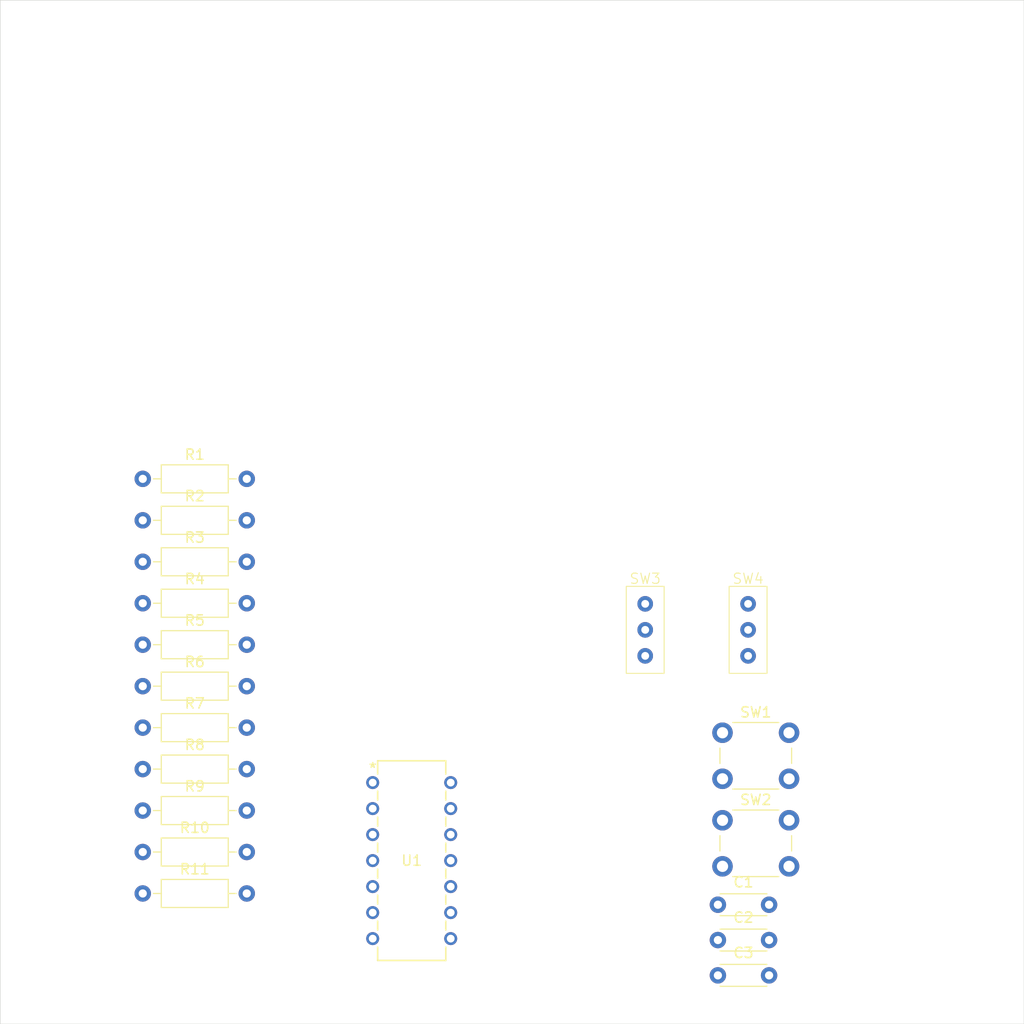
<source format=kicad_pcb>
(kicad_pcb (version 20240108) (generator "pcbnew") (generator_version "8.0")
  (layers (0 "F.Cu" signal) (31 "B.Cu" signal) (34 "B.Paste" user) (35 "F.Paste" user) (36 "B.SilkS" user "B.Silkscreen") (37 "F.SilkS" user "F.Silkscreen") (38 "B.Mask" user) (39 "F.Mask" user) (44 "Edge.Cuts" user))
  (net 0 "")
  (net 1 "GND")
  (net 2 "Net-(C1-Pad1)")
  (net 3 "Net-(C2-Pad1)")
  (net 4 "Net-(C3-Pad2)")
  (net 5 "Net-(SW4-B)")
  (net 6 "+5V")
  (net 7 "Net-(SW1-B)")
  (net 8 "Net-(R3-Pad2)")
  (net 9 "Net-(R4-Pad2)")
  (net 10 "Net-(R6-Pad2)")
  (net 11 "Net-(SW3-C)")
  (net 12 "Net-(R7-Pad1)")
  (net 13 "Net-(R8-Pad2)")
  (net 14 "Net-(R10-Pad2)")
  (net 15 "Net-(SW4-A)")
  (net 16 "Net-(SW4-C)")
  (net 17 "Net-(SW3-A)")
  (net 18 "CLOCK")
  (net 19 "RESET")
  (net 21 "Net-(U1-Pad2)")
  (footprint "Capacitor_THT:C_Disc_D4.3mm_W1.9mm_P5.00mm" (layer "F.Cu") (at 170.1 141.8)
    (property "Reference" "C2" (at 2.5 -2.2 0) (layer "F.SilkS"))
    (property "Value" "10uF 16V")
    (fp_line (start 0.23 -1.07) (end 0.23 -1.055) (stroke (width 0.12)) (layer "F.SilkS"))
    (fp_line (start 0.23 -1.07) (end 4.77 -1.07) (stroke (width 0.12)) (layer "F.SilkS"))
    (fp_line (start 0.23 1.055) (end 0.23 1.07) (stroke (width 0.12)) (layer "F.SilkS"))
    (fp_line (start 0.23 1.07) (end 4.77 1.07) (stroke (width 0.12)) (layer "F.SilkS"))
    (fp_line (start 4.77 -1.07) (end 4.77 -1.055) (stroke (width 0.12)) (layer "F.SilkS"))
    (fp_line (start 4.77 1.055) (end 4.77 1.07) (stroke (width 0.12)) (layer "F.SilkS"))
    (pad "1" thru_hole circle (at 0 0) (size 1.6 1.6) (drill 0.8) (layers "*.Cu" "*.Mask") (net 3 "Net-(C2-Pad1)"))
    (pad "2" thru_hole circle (at 5 0) (size 1.6 1.6) (drill 0.8) (layers "*.Cu" "*.Mask") (net 1 "GND"))
  )
  (footprint "Resistor_THT:R_Axial_DIN0207_L6.3mm_D2.5mm_P10.16mm_Horizontal" (layer "F.Cu") (at 113.92 96.75)
    (property "Reference" "R1" (at 5.08 -2.37 0) (layer "F.SilkS"))
    (property "Value" "1K")
    (fp_line (start 1.04 0) (end 1.81 0) (stroke (width 0.12)) (layer "F.SilkS"))
    (fp_line (start 1.81 -1.37) (end 1.81 1.37) (stroke (width 0.12)) (layer "F.SilkS"))
    (fp_line (start 1.81 1.37) (end 8.35 1.37) (stroke (width 0.12)) (layer "F.SilkS"))
    (fp_line (start 8.35 -1.37) (end 1.81 -1.37) (stroke (width 0.12)) (layer "F.SilkS"))
    (fp_line (start 8.35 1.37) (end 8.35 -1.37) (stroke (width 0.12)) (layer "F.SilkS"))
    (fp_line (start 9.12 0) (end 8.35 0) (stroke (width 0.12)) (layer "F.SilkS"))
    (pad "1" thru_hole circle (at 0 0) (size 1.6 1.6) (drill 0.8) (layers "*.Cu" "*.Mask") (net 6 "+5V"))
    (pad "2" thru_hole oval (at 10.16 0) (size 1.6 1.6) (drill 0.8) (layers "*.Cu" "*.Mask") (net 7 "Net-(SW1-B)"))
  )
  (footprint "Capacitor_THT:C_Disc_D4.3mm_W1.9mm_P5.00mm" (layer "F.Cu") (at 170.1 138.35)
    (property "Reference" "C1" (at 2.5 -2.2 0) (layer "F.SilkS"))
    (property "Value" "10uF 16V")
    (fp_line (start 0.23 -1.07) (end 0.23 -1.055) (stroke (width 0.12)) (layer "F.SilkS"))
    (fp_line (start 0.23 -1.07) (end 4.77 -1.07) (stroke (width 0.12)) (layer "F.SilkS"))
    (fp_line (start 0.23 1.055) (end 0.23 1.07) (stroke (width 0.12)) (layer "F.SilkS"))
    (fp_line (start 0.23 1.07) (end 4.77 1.07) (stroke (width 0.12)) (layer "F.SilkS"))
    (fp_line (start 4.77 -1.07) (end 4.77 -1.055) (stroke (width 0.12)) (layer "F.SilkS"))
    (fp_line (start 4.77 1.055) (end 4.77 1.07) (stroke (width 0.12)) (layer "F.SilkS"))
    (pad "1" thru_hole circle (at 0 0) (size 1.6 1.6) (drill 0.8) (layers "*.Cu" "*.Mask") (net 2 "Net-(C1-Pad1)"))
    (pad "2" thru_hole circle (at 5 0) (size 1.6 1.6) (drill 0.8) (layers "*.Cu" "*.Mask") (net 1 "GND"))
  )
  (footprint "Resistor_THT:R_Axial_DIN0207_L6.3mm_D2.5mm_P10.16mm_Horizontal" (layer "F.Cu") (at 113.92 117)
    (property "Reference" "R6" (at 5.08 -2.37 0) (layer "F.SilkS"))
    (property "Value" "100K")
    (fp_line (start 1.04 0) (end 1.81 0) (stroke (width 0.12)) (layer "F.SilkS"))
    (fp_line (start 1.81 -1.37) (end 1.81 1.37) (stroke (width 0.12)) (layer "F.SilkS"))
    (fp_line (start 1.81 1.37) (end 8.35 1.37) (stroke (width 0.12)) (layer "F.SilkS"))
    (fp_line (start 8.35 -1.37) (end 1.81 -1.37) (stroke (width 0.12)) (layer "F.SilkS"))
    (fp_line (start 8.35 1.37) (end 8.35 -1.37) (stroke (width 0.12)) (layer "F.SilkS"))
    (fp_line (start 9.12 0) (end 8.35 0) (stroke (width 0.12)) (layer "F.SilkS"))
    (pad "1" thru_hole circle (at 0 0) (size 1.6 1.6) (drill 0.8) (layers "*.Cu" "*.Mask") (net 3 "Net-(C2-Pad1)"))
    (pad "2" thru_hole oval (at 10.16 0) (size 1.6 1.6) (drill 0.8) (layers "*.Cu" "*.Mask") (net 10 "Net-(R6-Pad2)"))
  )
  (footprint "Resistor_THT:R_Axial_DIN0207_L6.3mm_D2.5mm_P10.16mm_Horizontal" (layer "F.Cu") (at 113.92 104.85)
    (property "Reference" "R3" (at 5.08 -2.37 0) (layer "F.SilkS"))
    (property "Value" "100K")
    (fp_line (start 1.04 0) (end 1.81 0) (stroke (width 0.12)) (layer "F.SilkS"))
    (fp_line (start 1.81 -1.37) (end 1.81 1.37) (stroke (width 0.12)) (layer "F.SilkS"))
    (fp_line (start 1.81 1.37) (end 8.35 1.37) (stroke (width 0.12)) (layer "F.SilkS"))
    (fp_line (start 8.35 -1.37) (end 1.81 -1.37) (stroke (width 0.12)) (layer "F.SilkS"))
    (fp_line (start 8.35 1.37) (end 8.35 -1.37) (stroke (width 0.12)) (layer "F.SilkS"))
    (fp_line (start 9.12 0) (end 8.35 0) (stroke (width 0.12)) (layer "F.SilkS"))
    (pad "1" thru_hole circle (at 0 0) (size 1.6 1.6) (drill 0.8) (layers "*.Cu" "*.Mask") (net 2 "Net-(C1-Pad1)"))
    (pad "2" thru_hole oval (at 10.16 0) (size 1.6 1.6) (drill 0.8) (layers "*.Cu" "*.Mask") (net 8 "Net-(R3-Pad2)"))
  )
  (footprint "footprint_library:SS-12D00G3" (layer "F.Cu") (at 173.05 111.5)
    (property "Reference" "SW4" (at 0 -5 0) (layer "F.SilkS") (effects (font (thickness 0.1))))
    (property "Value" "SW_SPDT")
    (fp_rect (start -1.85 -4.25) (end 1.85 4.25) (stroke (width 0.1)) (fill none) (layer "F.SilkS"))
    (pad "1" thru_hole circle (at 0 -2.54) (size 1.524 1.524) (drill 0.762) (layers "*.Cu" "*.Mask") (net 15 "Net-(SW4-A)"))
    (pad "2" thru_hole circle (at 0 0) (size 1.524 1.524) (drill 0.762) (layers "*.Cu" "*.Mask") (net 5 "Net-(SW4-B)"))
    (pad "3" thru_hole circle (at 0 2.54) (size 1.524 1.524) (drill 0.762) (layers "*.Cu" "*.Mask") (net 16 "Net-(SW4-C)"))
  )
  (footprint "Button_Switch_THT:SW_PUSH_6mm" (layer "F.Cu") (at 170.55 121.55)
    (property "Reference" "SW1" (at 3.25 -2 0) (layer "F.SilkS"))
    (property "Value" "SW_SPST")
    (fp_line (start -0.25 1.5) (end -0.25 3) (stroke (width 0.12)) (layer "F.SilkS"))
    (fp_line (start 1 5.5) (end 5.5 5.5) (stroke (width 0.12)) (layer "F.SilkS"))
    (fp_line (start 5.5 -1) (end 1 -1) (stroke (width 0.12)) (layer "F.SilkS"))
    (fp_line (start 6.75 3) (end 6.75 1.5) (stroke (width 0.12)) (layer "F.SilkS"))
    (pad "1" thru_hole circle (at 0 0 90) (size 2 2) (drill 1.1) (layers "*.Cu" "*.Mask") (net 1 "GND"))
    (pad "1" thru_hole circle (at 6.5 0 90) (size 2 2) (drill 1.1) (layers "*.Cu" "*.Mask") (net 1 "GND"))
    (pad "2" thru_hole circle (at 0 4.5 90) (size 2 2) (drill 1.1) (layers "*.Cu" "*.Mask") (net 7 "Net-(SW1-B)"))
    (pad "2" thru_hole circle (at 6.5 4.5 90) (size 2 2) (drill 1.1) (layers "*.Cu" "*.Mask") (net 7 "Net-(SW1-B)"))
  )
  (footprint "Resistor_THT:R_Axial_DIN0207_L6.3mm_D2.5mm_P10.16mm_Horizontal" (layer "F.Cu") (at 113.92 129.15)
    (property "Reference" "R9" (at 5.08 -2.37 0) (layer "F.SilkS"))
    (property "Value" "3.3K")
    (fp_line (start 1.04 0) (end 1.81 0) (stroke (width 0.12)) (layer "F.SilkS"))
    (fp_line (start 1.81 -1.37) (end 1.81 1.37) (stroke (width 0.12)) (layer "F.SilkS"))
    (fp_line (start 1.81 1.37) (end 8.35 1.37) (stroke (width 0.12)) (layer "F.SilkS"))
    (fp_line (start 8.35 -1.37) (end 1.81 -1.37) (stroke (width 0.12)) (layer "F.SilkS"))
    (fp_line (start 8.35 1.37) (end 8.35 -1.37) (stroke (width 0.12)) (layer "F.SilkS"))
    (fp_line (start 9.12 0) (end 8.35 0) (stroke (width 0.12)) (layer "F.SilkS"))
    (pad "1" thru_hole circle (at 0 0) (size 1.6 1.6) (drill 0.8) (layers "*.Cu" "*.Mask") (net 15 "Net-(SW4-A)"))
    (pad "2" thru_hole oval (at 10.16 0) (size 1.6 1.6) (drill 0.8) (layers "*.Cu" "*.Mask") (net 14 "Net-(R10-Pad2)"))
  )
  (footprint "Capacitor_THT:C_Disc_D4.3mm_W1.9mm_P5.00mm" (layer "F.Cu") (at 170.1 145.25)
    (property "Reference" "C3" (at 2.5 -2.2 0) (layer "F.SilkS"))
    (property "Value" "10uF 16V")
    (fp_line (start 0.23 -1.07) (end 0.23 -1.055) (stroke (width 0.12)) (layer "F.SilkS"))
    (fp_line (start 0.23 -1.07) (end 4.77 -1.07) (stroke (width 0.12)) (layer "F.SilkS"))
    (fp_line (start 0.23 1.055) (end 0.23 1.07) (stroke (width 0.12)) (layer "F.SilkS"))
    (fp_line (start 0.23 1.07) (end 4.77 1.07) (stroke (width 0.12)) (layer "F.SilkS"))
    (fp_line (start 4.77 -1.07) (end 4.77 -1.055) (stroke (width 0.12)) (layer "F.SilkS"))
    (fp_line (start 4.77 1.055) (end 4.77 1.07) (stroke (width 0.12)) (layer "F.SilkS"))
    (pad "1" thru_hole circle (at 0 0) (size 1.6 1.6) (drill 0.8) (layers "*.Cu" "*.Mask") (net 5 "Net-(SW4-B)"))
    (pad "2" thru_hole circle (at 5 0) (size 1.6 1.6) (drill 0.8) (layers "*.Cu" "*.Mask") (net 4 "Net-(C3-Pad2)"))
  )
  (footprint "Resistor_THT:R_Axial_DIN0207_L6.3mm_D2.5mm_P10.16mm_Horizontal" (layer "F.Cu") (at 113.92 112.95)
    (property "Reference" "R5" (at 5.08 -2.37 0) (layer "F.SilkS"))
    (property "Value" "10K")
    (fp_line (start 1.04 0) (end 1.81 0) (stroke (width 0.12)) (layer "F.SilkS"))
    (fp_line (start 1.81 -1.37) (end 1.81 1.37) (stroke (width 0.12)) (layer "F.SilkS"))
    (fp_line (start 1.81 1.37) (end 8.35 1.37) (stroke (width 0.12)) (layer "F.SilkS"))
    (fp_line (start 8.35 -1.37) (end 1.81 -1.37) (stroke (width 0.12)) (layer "F.SilkS"))
    (fp_line (start 8.35 1.37) (end 8.35 -1.37) (stroke (width 0.12)) (layer "F.SilkS"))
    (fp_line (start 9.12 0) (end 8.35 0) (stroke (width 0.12)) (layer "F.SilkS"))
    (pad "1" thru_hole circle (at 0 0) (size 1.6 1.6) (drill 0.8) (layers "*.Cu" "*.Mask") (net 9 "Net-(R4-Pad2)"))
    (pad "2" thru_hole oval (at 10.16 0) (size 1.6 1.6) (drill 0.8) (layers "*.Cu" "*.Mask") (net 3 "Net-(C2-Pad1)"))
  )
  (footprint "Resistor_THT:R_Axial_DIN0207_L6.3mm_D2.5mm_P10.16mm_Horizontal" (layer "F.Cu") (at 113.92 133.2)
    (property "Reference" "R10" (at 5.08 -2.37 0) (layer "F.SilkS"))
    (property "Value" "33K")
    (fp_line (start 1.04 0) (end 1.81 0) (stroke (width 0.12)) (layer "F.SilkS"))
    (fp_line (start 1.81 -1.37) (end 1.81 1.37) (stroke (width 0.12)) (layer "F.SilkS"))
    (fp_line (start 1.81 1.37) (end 8.35 1.37) (stroke (width 0.12)) (layer "F.SilkS"))
    (fp_line (start 8.35 -1.37) (end 1.81 -1.37) (stroke (width 0.12)) (layer "F.SilkS"))
    (fp_line (start 8.35 1.37) (end 8.35 -1.37) (stroke (width 0.12)) (layer "F.SilkS"))
    (fp_line (start 9.12 0) (end 8.35 0) (stroke (width 0.12)) (layer "F.SilkS"))
    (pad "1" thru_hole circle (at 0 0) (size 1.6 1.6) (drill 0.8) (layers "*.Cu" "*.Mask") (net 16 "Net-(SW4-C)"))
    (pad "2" thru_hole oval (at 10.16 0) (size 1.6 1.6) (drill 0.8) (layers "*.Cu" "*.Mask") (net 14 "Net-(R10-Pad2)"))
  )
  (footprint "footprint_library:DIP14_TOS" (layer "F.Cu") (at 136.38 126.42)
    (property "Reference" "U1" (at 3.81 7.62 0) (layer "F.SilkS"))
    (property "Value" "74HC14")
    (fp_line (start 0.4826 -2.1336) (end 0.4826 -0.838819) (stroke (width 0.1524)) (layer "F.SilkS"))
    (fp_line (start 0.4826 0.838819) (end 0.4826 1.701181) (stroke (width 0.1524)) (layer "F.SilkS"))
    (fp_line (start 0.4826 3.378819) (end 0.4826 4.241181) (stroke (width 0.1524)) (layer "F.SilkS"))
    (fp_line (start 0.4826 5.918819) (end 0.4826 6.781181) (stroke (width 0.1524)) (layer "F.SilkS"))
    (fp_line (start 0.4826 8.458819) (end 0.4826 9.321181) (stroke (width 0.1524)) (layer "F.SilkS"))
    (fp_line (start 0.4826 10.998819) (end 0.4826 11.861181) (stroke (width 0.1524)) (layer "F.SilkS"))
    (fp_line (start 0.4826 13.538819) (end 0.4826 14.401181) (stroke (width 0.1524)) (layer "F.SilkS"))
    (fp_line (start 0.4826 16.078819) (end 0.4826 17.3736) (stroke (width 0.1524)) (layer "F.SilkS"))
    (fp_line (start 0.4826 17.3736) (end 7.1374 17.3736) (stroke (width 0.1524)) (layer "F.SilkS"))
    (fp_line (start 7.1374 -2.1336) (end 0.4826 -2.1336) (stroke (width 0.1524)) (layer "F.SilkS"))
    (fp_line (start 7.1374 -0.838819) (end 7.1374 -2.1336) (stroke (width 0.1524)) (layer "F.SilkS"))
    (fp_line (start 7.1374 1.701181) (end 7.1374 0.838819) (stroke (width 0.1524)) (layer "F.SilkS"))
    (fp_line (start 7.1374 4.241181) (end 7.1374 3.378819) (stroke (width 0.1524)) (layer "F.SilkS"))
    (fp_line (start 7.1374 6.781181) (end 7.1374 5.918819) (stroke (width 0.1524)) (layer "F.SilkS"))
    (fp_line (start 7.1374 9.321181) (end 7.1374 8.458819) (stroke (width 0.1524)) (layer "F.SilkS"))
    (fp_line (start 7.1374 11.861181) (end 7.1374 10.998819) (stroke (width 0.1524)) (layer "F.SilkS"))
    (fp_line (start 7.1374 14.401181) (end 7.1374 13.538819) (stroke (width 0.1524)) (layer "F.SilkS"))
    (fp_line (start 7.1374 17.3736) (end 7.1374 16.078819) (stroke (width 0.1524)) (layer "F.SilkS"))
    (fp_text user "*" (at 0 -1.397 0) (layer "F.SilkS"))
    (fp_text user "*" (at 0 -1.397 0) (layer "F.SilkS"))
    (pad "1" thru_hole circle (at 0 0) (size 1.27 1.27) (drill 0.762) (layers "*.Cu" "*.Mask") (net 8 "Net-(R3-Pad2)"))
    (pad "2" thru_hole circle (at 0 2.54) (size 1.27 1.27) (drill 0.762) (layers "*.Cu" "*.Mask") (net 21 "Net-(U1-Pad2)"))
    (pad "3" thru_hole circle (at 0 5.08) (size 1.27 1.27) (drill 0.762) (layers "*.Cu" "*.Mask") (net 21 "Net-(U1-Pad2)"))
    (pad "4" thru_hole circle (at 0 7.62) (size 1.27 1.27) (drill 0.762) (layers "*.Cu" "*.Mask") (net 19 "RESET"))
    (pad "5" thru_hole circle (at 0 10.16) (size 1.27 1.27) (drill 0.762) (layers "*.Cu" "*.Mask") (net 10 "Net-(R6-Pad2)"))
    (pad "6" thru_hole circle (at 0 12.7) (size 1.27 1.27) (drill 0.762) (layers "*.Cu" "*.Mask") (net 12 "Net-(R7-Pad1)"))
    (pad "7" thru_hole circle (at 0 15.24) (size 1.27 1.27) (drill 0.762) (layers "*.Cu" "*.Mask") (net 1 "GND"))
    (pad "8" thru_hole circle (at 7.62 15.24) (size 1.27 1.27) (drill 0.762) (layers "*.Cu" "*.Mask") (net 14 "Net-(R10-Pad2)"))
    (pad "9" thru_hole circle (at 7.62 12.7) (size 1.27 1.27) (drill 0.762) (layers "*.Cu" "*.Mask") (net 13 "Net-(R8-Pad2)"))
    (pad "10" thru_hole circle (at 7.62 10.16) (size 1.27 1.27) (drill 0.762) (layers "*.Cu" "*.Mask") (net 4 "Net-(C3-Pad2)"))
    (pad "11" thru_hole circle (at 7.62 7.62) (size 1.27 1.27) (drill 0.762) (layers "*.Cu" "*.Mask") (net 14 "Net-(R10-Pad2)"))
    (pad "12" thru_hole circle (at 7.62 5.08) (size 1.27 1.27) (drill 0.762) (layers "*.Cu" "*.Mask"))
    (pad "13" thru_hole circle (at 7.62 2.54) (size 1.27 1.27) (drill 0.762) (layers "*.Cu" "*.Mask") (net 1 "GND"))
    (pad "14" thru_hole circle (at 7.62 0) (size 1.27 1.27) (drill 0.762) (layers "*.Cu" "*.Mask") (net 6 "+5V"))
  )
  (footprint "Resistor_THT:R_Axial_DIN0207_L6.3mm_D2.5mm_P10.16mm_Horizontal" (layer "F.Cu") (at 113.92 137.25)
    (property "Reference" "R11" (at 5.08 -2.37 0) (layer "F.SilkS"))
    (property "Value" "100")
    (fp_line (start 1.04 0) (end 1.81 0) (stroke (width 0.12)) (layer "F.SilkS"))
    (fp_line (start 1.81 -1.37) (end 1.81 1.37) (stroke (width 0.12)) (layer "F.SilkS"))
    (fp_line (start 1.81 1.37) (end 8.35 1.37) (stroke (width 0.12)) (layer "F.SilkS"))
    (fp_line (start 8.35 -1.37) (end 1.81 -1.37) (stroke (width 0.12)) (layer "F.SilkS"))
    (fp_line (start 8.35 1.37) (end 8.35 -1.37) (stroke (width 0.12)) (layer "F.SilkS"))
    (fp_line (start 9.12 0) (end 8.35 0) (stroke (width 0.12)) (layer "F.SilkS"))
    (pad "1" thru_hole circle (at 0 0) (size 1.6 1.6) (drill 0.8) (layers "*.Cu" "*.Mask") (net 4 "Net-(C3-Pad2)"))
    (pad "2" thru_hole oval (at 10.16 0) (size 1.6 1.6) (drill 0.8) (layers "*.Cu" "*.Mask") (net 17 "Net-(SW3-A)"))
  )
  (footprint "Button_Switch_THT:SW_PUSH_6mm" (layer "F.Cu") (at 170.55 130.1)
    (property "Reference" "SW2" (at 3.25 -2 0) (layer "F.SilkS"))
    (property "Value" "SW_Push")
    (fp_line (start -0.25 1.5) (end -0.25 3) (stroke (width 0.12)) (layer "F.SilkS"))
    (fp_line (start 1 5.5) (end 5.5 5.5) (stroke (width 0.12)) (layer "F.SilkS"))
    (fp_line (start 5.5 -1) (end 1 -1) (stroke (width 0.12)) (layer "F.SilkS"))
    (fp_line (start 6.75 3) (end 6.75 1.5) (stroke (width 0.12)) (layer "F.SilkS"))
    (pad "1" thru_hole circle (at 0 0 90) (size 2 2) (drill 1.1) (layers "*.Cu" "*.Mask") (net 1 "GND"))
    (pad "1" thru_hole circle (at 6.5 0 90) (size 2 2) (drill 1.1) (layers "*.Cu" "*.Mask") (net 1 "GND"))
    (pad "2" thru_hole circle (at 0 4.5 90) (size 2 2) (drill 1.1) (layers "*.Cu" "*.Mask") (net 9 "Net-(R4-Pad2)"))
    (pad "2" thru_hole circle (at 6.5 4.5 90) (size 2 2) (drill 1.1) (layers "*.Cu" "*.Mask") (net 9 "Net-(R4-Pad2)"))
  )
  (footprint "Resistor_THT:R_Axial_DIN0207_L6.3mm_D2.5mm_P10.16mm_Horizontal" (layer "F.Cu") (at 113.92 100.8)
    (property "Reference" "R2" (at 5.08 -2.37 0) (layer "F.SilkS"))
    (property "Value" "100K")
    (fp_line (start 1.04 0) (end 1.81 0) (stroke (width 0.12)) (layer "F.SilkS"))
    (fp_line (start 1.81 -1.37) (end 1.81 1.37) (stroke (width 0.12)) (layer "F.SilkS"))
    (fp_line (start 1.81 1.37) (end 8.35 1.37) (stroke (width 0.12)) (layer "F.SilkS"))
    (fp_line (start 8.35 -1.37) (end 1.81 -1.37) (stroke (width 0.12)) (layer "F.SilkS"))
    (fp_line (start 8.35 1.37) (end 8.35 -1.37) (stroke (width 0.12)) (layer "F.SilkS"))
    (fp_line (start 9.12 0) (end 8.35 0) (stroke (width 0.12)) (layer "F.SilkS"))
    (pad "1" thru_hole circle (at 0 0) (size 1.6 1.6) (drill 0.8) (layers "*.Cu" "*.Mask") (net 7 "Net-(SW1-B)"))
    (pad "2" thru_hole oval (at 10.16 0) (size 1.6 1.6) (drill 0.8) (layers "*.Cu" "*.Mask") (net 2 "Net-(C1-Pad1)"))
  )
  (footprint "Resistor_THT:R_Axial_DIN0207_L6.3mm_D2.5mm_P10.16mm_Horizontal" (layer "F.Cu") (at 113.92 125.1)
    (property "Reference" "R8" (at 5.08 -2.37 0) (layer "F.SilkS"))
    (property "Value" "100K")
    (fp_line (start 1.04 0) (end 1.81 0) (stroke (width 0.12)) (layer "F.SilkS"))
    (fp_line (start 1.81 -1.37) (end 1.81 1.37) (stroke (width 0.12)) (layer "F.SilkS"))
    (fp_line (start 1.81 1.37) (end 8.35 1.37) (stroke (width 0.12)) (layer "F.SilkS"))
    (fp_line (start 8.35 -1.37) (end 1.81 -1.37) (stroke (width 0.12)) (layer "F.SilkS"))
    (fp_line (start 8.35 1.37) (end 8.35 -1.37) (stroke (width 0.12)) (layer "F.SilkS"))
    (fp_line (start 9.12 0) (end 8.35 0) (stroke (width 0.12)) (layer "F.SilkS"))
    (pad "1" thru_hole circle (at 0 0) (size 1.6 1.6) (drill 0.8) (layers "*.Cu" "*.Mask") (net 5 "Net-(SW4-B)"))
    (pad "2" thru_hole oval (at 10.16 0) (size 1.6 1.6) (drill 0.8) (layers "*.Cu" "*.Mask") (net 13 "Net-(R8-Pad2)"))
  )
  (footprint "footprint_library:SS-12D00G3" (layer "F.Cu") (at 163 111.5)
    (property "Reference" "SW3" (at 0 -5 0) (layer "F.SilkS") (effects (font (thickness 0.1))))
    (property "Value" "SW_SPDT")
    (fp_rect (start -1.85 -4.25) (end 1.85 4.25) (stroke (width 0.1)) (fill none) (layer "F.SilkS"))
    (pad "1" thru_hole circle (at 0 -2.54) (size 1.524 1.524) (drill 0.762) (layers "*.Cu" "*.Mask") (net 17 "Net-(SW3-A)"))
    (pad "2" thru_hole circle (at 0 0) (size 1.524 1.524) (drill 0.762) (layers "*.Cu" "*.Mask") (net 18 "CLOCK"))
    (pad "3" thru_hole circle (at 0 2.54) (size 1.524 1.524) (drill 0.762) (layers "*.Cu" "*.Mask") (net 11 "Net-(SW3-C)"))
  )
  (footprint "Resistor_THT:R_Axial_DIN0207_L6.3mm_D2.5mm_P10.16mm_Horizontal" (layer "F.Cu") (at 113.92 121.05)
    (property "Reference" "R7" (at 5.08 -2.37 0) (layer "F.SilkS"))
    (property "Value" "100")
    (fp_line (start 1.04 0) (end 1.81 0) (stroke (width 0.12)) (layer "F.SilkS"))
    (fp_line (start 1.81 -1.37) (end 1.81 1.37) (stroke (width 0.12)) (layer "F.SilkS"))
    (fp_line (start 1.81 1.37) (end 8.35 1.37) (stroke (width 0.12)) (layer "F.SilkS"))
    (fp_line (start 8.35 -1.37) (end 1.81 -1.37) (stroke (width 0.12)) (layer "F.SilkS"))
    (fp_line (start 8.35 1.37) (end 8.35 -1.37) (stroke (width 0.12)) (layer "F.SilkS"))
    (fp_line (start 9.12 0) (end 8.35 0) (stroke (width 0.12)) (layer "F.SilkS"))
    (pad "1" thru_hole circle (at 0 0) (size 1.6 1.6) (drill 0.8) (layers "*.Cu" "*.Mask") (net 12 "Net-(R7-Pad1)"))
    (pad "2" thru_hole oval (at 10.16 0) (size 1.6 1.6) (drill 0.8) (layers "*.Cu" "*.Mask") (net 11 "Net-(SW3-C)"))
  )
  (footprint "Resistor_THT:R_Axial_DIN0207_L6.3mm_D2.5mm_P10.16mm_Horizontal" (layer "F.Cu") (at 113.92 108.9)
    (property "Reference" "R4" (at 5.08 -2.37 0) (layer "F.SilkS"))
    (property "Value" "1K")
    (fp_line (start 1.04 0) (end 1.81 0) (stroke (width 0.12)) (layer "F.SilkS"))
    (fp_line (start 1.81 -1.37) (end 1.81 1.37) (stroke (width 0.12)) (layer "F.SilkS"))
    (fp_line (start 1.81 1.37) (end 8.35 1.37) (stroke (width 0.12)) (layer "F.SilkS"))
    (fp_line (start 8.35 -1.37) (end 1.81 -1.37) (stroke (width 0.12)) (layer "F.SilkS"))
    (fp_line (start 8.35 1.37) (end 8.35 -1.37) (stroke (width 0.12)) (layer "F.SilkS"))
    (fp_line (start 9.12 0) (end 8.35 0) (stroke (width 0.12)) (layer "F.SilkS"))
    (pad "1" thru_hole circle (at 0 0) (size 1.6 1.6) (drill 0.8) (layers "*.Cu" "*.Mask") (net 6 "+5V"))
    (pad "2" thru_hole oval (at 10.16 0) (size 1.6 1.6) (drill 0.8) (layers "*.Cu" "*.Mask") (net 9 "Net-(R4-Pad2)"))
  )
  (gr_rect (start 100 50) (end 200 150) (stroke (width 0.05)) (fill none) (layer "Edge.Cuts"))
)
</source>
